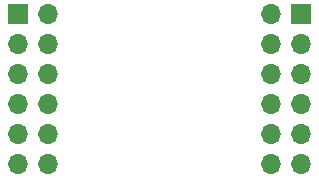
<source format=gbr>
%TF.GenerationSoftware,KiCad,Pcbnew,5.1.9-73d0e3b20d~88~ubuntu20.04.1*%
%TF.CreationDate,2021-04-02T21:19:43-07:00*%
%TF.ProjectId,wow_fix,776f775f-6669-4782-9e6b-696361645f70,A*%
%TF.SameCoordinates,Original*%
%TF.FileFunction,Soldermask,Top*%
%TF.FilePolarity,Negative*%
%FSLAX46Y46*%
G04 Gerber Fmt 4.6, Leading zero omitted, Abs format (unit mm)*
G04 Created by KiCad (PCBNEW 5.1.9-73d0e3b20d~88~ubuntu20.04.1) date 2021-04-02 21:19:43*
%MOMM*%
%LPD*%
G01*
G04 APERTURE LIST*
%ADD10O,1.700000X1.700000*%
%ADD11R,1.700000X1.700000*%
G04 APERTURE END LIST*
D10*
%TO.C,CN2*%
X109460000Y-106700000D03*
X112000000Y-106700000D03*
X109460000Y-104160000D03*
X112000000Y-104160000D03*
X109460000Y-101620000D03*
X112000000Y-101620000D03*
X109460000Y-99080000D03*
X112000000Y-99080000D03*
X109460000Y-96540000D03*
X112000000Y-96540000D03*
X109460000Y-94000000D03*
D11*
X112000000Y-94000000D03*
%TD*%
D10*
%TO.C,CN1*%
X90540000Y-106700000D03*
X88000000Y-106700000D03*
X90540000Y-104160000D03*
X88000000Y-104160000D03*
X90540000Y-101620000D03*
X88000000Y-101620000D03*
X90540000Y-99080000D03*
X88000000Y-99080000D03*
X90540000Y-96540000D03*
X88000000Y-96540000D03*
X90540000Y-94000000D03*
D11*
X88000000Y-94000000D03*
%TD*%
M02*

</source>
